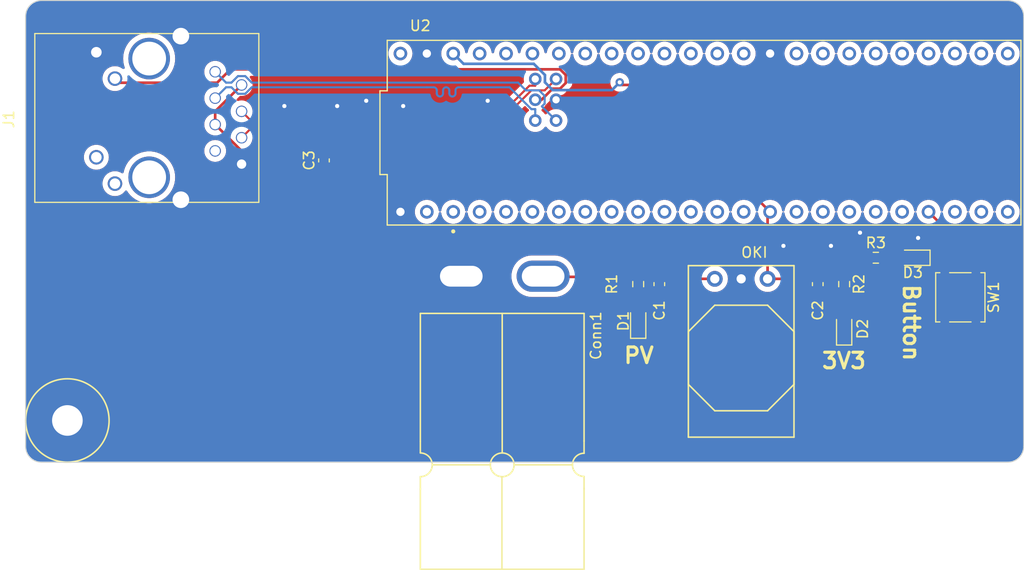
<source format=kicad_pcb>
(kicad_pcb (version 20221018) (generator pcbnew)
  (layers (0 "F.Cu" signal) (31 "B.Cu" signal) (34 "B.Paste" user) (35 "F.Paste" user) (36 "B.SilkS" user "B.Silkscreen") (37 "F.SilkS" user "F.Silkscreen") (38 "B.Mask" user) (39 "F.Mask" user) (44 "Edge.Cuts" user))
  (net 0 "")
  (net 1 "PV")
  (net 2 "GND")
  (net 3 "+3V3")
  (net 4 "Net-(C3-Pad2)")
  (net 5 "Net-(D1-A)")
  (net 6 "Net-(D2-A)")
  (net 7 "Test_Button")
  (net 8 "Net-(D3-A)")
  (net 10 "Net-(J1-Pad10)")
  (net 12 "/T+")
  (net 13 "/T-")
  (net 15 "/R+")
  (net 16 "/R-")
  (footprint "MRDT_Drill_Holes:4_40_Hole_Corner" (layer "F.Cu") (at 77.4813 104.1287)
    (fp_text reference "REF**" hide)
    (fp_text value "4_40_Hole" hide)
    (fp_circle (center 4.00812 -4.00812) (end 4.00812 0.00508) (stroke (width 0.15)) (fill none) (layer "F.SilkS"))
    (pad "" np_thru_hole circle (at 4.00812 -4.00812) (size 2.9464 2.9464) (drill 2.9464) (layers "*.Cu" "*.Mask") (clearance 2.5))
  )
  (footprint "MRDT_Connectors:RJ45_Teensy" (layer "F.Cu") (at 76.3565 71.12 -90)
    (fp_text reference "J1" (at 0 0.5 90) (layer "F.SilkS"))
    (fp_text value "8P8C_LED_Shielded")
    (fp_line (start -8.25 -23.55) (end 8 -23.55) (stroke (width 0.12)) (layer "F.SilkS"))
    (fp_line (start -8.25 -2) (end -8.25 -23.55) (stroke (width 0.12)) (layer "F.SilkS"))
    (fp_line (start -8.25 -2) (end 8 -2) (stroke (width 0.12)) (layer "F.SilkS"))
    (fp_line (start 8 -2) (end 8 -23.55) (stroke (width 0.12)) (layer "F.SilkS"))
    (pad "1" thru_hole circle (at -4.57 -19.35 270) (size 1.1 1.1) (drill 0.9) (layers "*.Cu" "*.Mask") (net 12 "/T+"))
    (pad "2" thru_hole circle (at -3.3 -21.89 270) (size 1.1 1.1) (drill 0.9) (layers "*.Cu" "*.Mask") (net 4 "Net-(C3-Pad2)"))
    (pad "3" thru_hole circle (at -2.03 -19.35 270) (size 1.1 1.1) (drill 0.9) (layers "*.Cu" "*.Mask") (net 13 "/T-"))
    (pad "4" thru_hole circle (at -0.76 -21.89 270) (size 1.1 1.1) (drill 0.9) (layers "*.Cu" "*.Mask") (net 15 "/R+"))
    (pad "5" thru_hole circle (at 0.51 -19.35 270) (size 1.1 1.1) (drill 0.9) (layers "*.Cu" "*.Mask") (net 4 "Net-(C3-Pad2)"))
    (pad "6" thru_hole circle (at 1.78 -21.89 270) (size 1.1 1.1) (drill 0.9) (layers "*.Cu" "*.Mask") (net 16 "/R-"))
    (pad "7" thru_hole circle (at 3.05 -19.35 270) (size 1.1 1.1) (drill 0.9) (layers "*.Cu" "*.Mask"))
    (pad "8" thru_hole circle (at 4.32 -21.89 270) (size 1.1 1.1) (drill 0.9) (layers "*.Cu" "*.Mask") (net 2 "GND"))
    (pad "9" thru_hole circle (at -6.45 -7.92 270) (size 1.4 1.4) (drill 1.02) (layers "*.Cu" "*.Mask") (net 2 "GND"))
    (pad "10" thru_hole circle (at -3.91 -9.71 270) (size 1.4 1.4) (drill 1.02) (layers "*.Cu" "*.Mask") (net 10 "Net-(J1-Pad10)"))
    (pad "11" thru_hole circle (at 3.66 -7.92 270) (size 1.4 1.4) (drill 1.02) (layers "*.Cu" "*.Mask"))
    (pad "12" thru_hole circle (at 6.2 -9.71 270) (size 1.4 1.4) (drill 1.02) (layers "*.Cu" "*.Mask"))
    (pad "13" thru_hole circle (at -5.84 -13 270) (size 4 4) (drill 3.25) (layers "*.Cu" "*.Mask"))
    (pad "14" thru_hole circle (at 5.59 -13 270) (size 4 4) (drill 3.25) (layers "*.Cu" "*.Mask"))
    (pad "SH" thru_hole circle (at -8 -16.05 270) (size 2 2) (drill 1.6) (layers "*.Cu" "*.Mask") (net 2 "GND"))
    (pad "SH" thru_hole circle (at 7.75 -16.05 270) (size 2 2) (drill 1.6) (layers "*.Cu" "*.Mask") (net 2 "GND"))
  )
  (footprint "Button_Switch_SMD:SW_SPST_TL3305A" (layer "F.Cu") (at 167.386 88.265 -90)
    (fp_text reference "SW1" (at 0 -3.2 90) (layer "F.SilkS"))
    (fp_text value "SW_Push")
    (fp_line (start -2.37 -2.37) (end -2.37 -1.97) (stroke (width 0.12)) (layer "F.SilkS"))
    (fp_line (start -2.37 -2.37) (end 2.37 -2.37) (stroke (width 0.12)) (layer "F.SilkS"))
    (fp_line (start -2.37 1.03) (end -2.37 -1.03) (stroke (width 0.12)) (layer "F.SilkS"))
    (fp_line (start -2.37 2.37) (end -2.37 1.97) (stroke (width 0.12)) (layer "F.SilkS"))
    (fp_line (start -2.37 2.37) (end 2.37 2.37) (stroke (width 0.12)) (layer "F.SilkS"))
    (fp_line (start 2.37 -2.37) (end 2.37 -1.97) (stroke (width 0.12)) (layer "F.SilkS"))
    (fp_line (start 2.37 1.03) (end 2.37 -1.03) (stroke (width 0.12)) (layer "F.SilkS"))
    (fp_line (start 2.37 2.37) (end 2.37 1.97) (stroke (width 0.12)) (layer "F.SilkS"))
    (pad "1" smd rect (at -3.6 -1.5 270) (size 1.6 1.4) (layers "F.Cu" "F.Paste" "F.Mask") (net 2 "GND"))
    (pad "1" smd rect (at 3.6 -1.5 270) (size 1.6 1.4) (layers "F.Cu" "F.Paste" "F.Mask") (net 2 "GND"))
    (pad "2" smd rect (at -3.6 1.5 270) (size 1.6 1.4) (layers "F.Cu" "F.Paste" "F.Mask") (net 7 "Test_Button"))
    (pad "2" smd rect (at 3.6 1.5 270) (size 1.6 1.4) (layers "F.Cu" "F.Paste" "F.Mask") (net 7 "Test_Button"))
  )
  (footprint "MRDT_Devices:OKI_Horizontal" (layer "F.Cu") (at 143.764 86.487)
    (fp_text reference "U1" hide)
    (fp_text value "OKI" (at 3.81 -2.54) (layer "F.SilkS"))
    (fp_line (start -2.54 -1.27) (end 7.62 -1.27) (stroke (width 0.15)) (layer "F.SilkS"))
    (fp_line (start -2.54 5.08) (end 0 2.54) (stroke (width 0.15)) (layer "F.SilkS"))
    (fp_line (start -2.54 10.16) (end -2.54 5.08) (stroke (width 0.15)) (layer "F.SilkS"))
    (fp_line (start -2.54 15.24) (end -2.54 -1.27) (stroke (width 0.15)) (layer "F.SilkS"))
    (fp_line (start -2.54 15.24) (end 7.62 15.24) (stroke (width 0.15)) (layer "F.SilkS"))
    (fp_line (start 0 2.54) (end 5.08 2.54) (stroke (width 0.15)) (layer "F.SilkS"))
    (fp_line (start 0 12.7) (end -2.54 10.16) (stroke (width 0.15)) (layer "F.SilkS"))
    (fp_line (start 5.08 2.54) (end 7.62 5.08) (stroke (width 0.15)) (layer "F.SilkS"))
    (fp_line (start 5.08 12.7) (end 0 12.7) (stroke (width 0.15)) (layer "F.SilkS"))
    (fp_line (start 7.62 -1.27) (end 7.62 15.24) (stroke (width 0.15)) (layer "F.SilkS"))
    (fp_line (start 7.62 5.08) (end 7.62 10.16) (stroke (width 0.15)) (layer "F.SilkS"))
    (fp_line (start 7.62 10.16) (end 5.08 12.7) (stroke (width 0.15)) (layer "F.SilkS"))
    (pad "1" thru_hole circle (at 0 0) (size 1.524 1.524) (drill 0.889) (layers "*.Cu" "*.Mask") (net 1 "PV"))
    (pad "2" thru_hole circle (at 2.54 0) (size 1.524 1.524) (drill 0.889) (layers "*.Cu" "*.Mask") (net 2 "GND"))
    (pad "3" thru_hole circle (at 5.08 0) (size 1.524 1.524) (drill 0.889) (layers "*.Cu" "*.Mask") (net 3 "+3V3"))
  )
  (footprint "Resistor_SMD:R_0603_1608Metric_Pad0.98x0.95mm_HandSolder" (layer "F.Cu") (at 159.258 84.455)
    (fp_text reference "R3" (at 0 -1.43) (layer "F.SilkS"))
    (fp_text value "120")
    (fp_line (start -0.254724 -0.5225) (end 0.254724 -0.5225) (stroke (width 0.12)) (layer "F.SilkS"))
    (fp_line (start -0.254724 0.5225) (end 0.254724 0.5225) (stroke (width 0.12)) (layer "F.SilkS"))
    (pad "1" smd roundrect (at -0.9125 0) (size 0.975 0.95) (layers "F.Cu" "F.Paste" "F.Mask") (net 3 "+3V3"))
    (pad "2" smd roundrect (at 0.9125 0) (size 0.975 0.95) (layers "F.Cu" "F.Paste" "F.Mask") (net 8 "Net-(D3-A)"))
  )
  (footprint "LED_SMD:LED_0603_1608Metric_Pad1.05x0.95mm_HandSolder" (layer "F.Cu") (at 162.814 84.455 180)
    (fp_text reference "D3" (at 0 -1.43) (layer "F.SilkS"))
    (fp_text value "Blue")
    (fp_line (start -1.66 -0.735) (end -1.66 0.735) (stroke (width 0.12)) (layer "F.SilkS"))
    (fp_line (start -1.66 0.735) (end 0.8 0.735) (stroke (width 0.12)) (layer "F.SilkS"))
    (fp_line (start 0.8 -0.735) (end -1.66 -0.735) (stroke (width 0.12)) (layer "F.SilkS"))
    (pad "1" smd roundrect (at -0.875 0 180) (size 1.05 0.95) (layers "F.Cu" "F.Paste" "F.Mask") (net 7 "Test_Button"))
    (pad "2" smd roundrect (at 0.875 0 180) (size 1.05 0.95) (layers "F.Cu" "F.Paste" "F.Mask") (net 8 "Net-(D3-A)"))
  )
  (footprint "Resistor_SMD:R_0603_1608Metric_Pad0.98x0.95mm_HandSolder" (layer "F.Cu") (at 136.398 86.995 -90)
    (fp_text reference "R1" (at 0 2.54 90) (layer "F.SilkS"))
    (fp_text value "3k")
    (fp_line (start -0.254724 -0.5225) (end 0.254724 -0.5225) (stroke (width 0.12)) (layer "F.SilkS"))
    (fp_line (start -0.254724 0.5225) (end 0.254724 0.5225) (stroke (width 0.12)) (layer "F.SilkS"))
    (pad "1" smd roundrect (at -0.9125 0 270) (size 0.975 0.95) (layers "F.Cu" "F.Paste" "F.Mask") (net 1 "PV"))
    (pad "2" smd roundrect (at 0.9125 0 270) (size 0.975 0.95) (layers "F.Cu" "F.Paste" "F.Mask") (net 5 "Net-(D1-A)"))
  )
  (footprint "LED_SMD:LED_0603_1608Metric_Pad1.05x0.95mm_HandSolder" (layer "F.Cu") (at 156.21 91.2 90)
    (fp_text reference "D2" (at -0.113 1.778 90) (layer "F.SilkS"))
    (fp_text value "Green")
    (fp_line (start -1.66 -0.735) (end -1.66 0.735) (stroke (width 0.12)) (layer "F.SilkS"))
    (fp_line (start -1.66 0.735) (end 0.8 0.735) (stroke (width 0.12)) (layer "F.SilkS"))
    (fp_line (start 0.8 -0.735) (end -1.66 -0.735) (stroke (width 0.12)) (layer "F.SilkS"))
    (pad "1" smd roundrect (at -0.875 0 90) (size 1.05 0.95) (layers "F.Cu" "F.Paste" "F.Mask") (net 2 "GND"))
    (pad "2" smd roundrect (at 0.875 0 90) (size 1.05 0.95) (layers "F.Cu" "F.Paste" "F.Mask") (net 6 "Net-(D2-A)"))
  )
  (footprint "Capacitor_SMD:C_0603_1608Metric_Pad1.08x0.95mm_HandSolder" (layer "F.Cu") (at 153.67 86.995 -90)
    (fp_text reference "C2" (at 2.54 0 90) (layer "F.SilkS"))
    (fp_text value "10uF")
    (fp_line (start -0.146267 -0.51) (end 0.146267 -0.51) (stroke (width 0.12)) (layer "F.SilkS"))
    (fp_line (start -0.146267 0.51) (end 0.146267 0.51) (stroke (width 0.12)) (layer "F.SilkS"))
    (pad "1" smd roundrect (at -0.8625 0 270) (size 1.075 0.95) (layers "F.Cu" "F.Paste" "F.Mask") (net 3 "+3V3"))
    (pad "2" smd roundrect (at 0.8625 0 270) (size 1.075 0.95) (layers "F.Cu" "F.Paste" "F.Mask") (net 2 "GND"))
  )
  (footprint "MRDT_Connectors:Square_Anderson_2_H_Side_By_Side_PV" (layer "F.Cu") (at 119.08 86.1084 90)
    (fp_text reference "Conn1" (at -5.85 13.25 90) (layer "F.SilkS"))
    (fp_text value "AndersonPP")
    (fp_line (start -28.344 -3.637) (end -28.344 12.111) (stroke (width 0.15)) (layer "F.SilkS"))
    (fp_line (start -28.3186 -3.637) (end -20.5716 -3.637) (stroke (width 0.15)) (layer "F.SilkS"))
    (fp_line (start -28.3186 4.2116) (end -19.4286 4.2116) (stroke (width 0.15)) (layer "F.SilkS"))
    (fp_line (start -20.597 12.111) (end -19.4286 12.111) (stroke (width 0.15)) (layer "F.SilkS"))
    (fp_line (start -20.5716 12.111) (end -28.3186 12.111) (stroke (width 0.15)) (layer "F.SilkS"))
    (fp_line (start -19.4286 -3.637) (end -20.6478 -3.637) (stroke (width 0.15)) (layer "F.SilkS"))
    (fp_line (start -18.2856 -2.494) (end -18.2856 -1.3256) (stroke (width 0.15)) (layer "F.SilkS"))
    (fp_line (start -18.2856 1.951) (end -18.2856 -1.3256) (stroke (width 0.15)) (layer "F.SilkS"))
    (fp_line (start -18.2856 1.951) (end -18.2856 3.094) (stroke (width 0.15)) (layer "F.SilkS"))
    (fp_line (start -18.2856 6.523) (end -18.2856 5.38) (stroke (width 0.15)) (layer "F.SilkS"))
    (fp_line (start -18.2856 6.523) (end -18.2856 9.825) (stroke (width 0.15)) (layer "F.SilkS"))
    (fp_line (start -18.2856 9.7996) (end -18.2856 10.968) (stroke (width 0.15)) (layer "F.SilkS"))
    (fp_line (start -16.025 -3.637) (end -17.1172 -3.637) (stroke (width 0.15)) (layer "F.SilkS"))
    (fp_line (start -15.9996 -3.637) (end -3.706 -3.637) (stroke (width 0.15)) (layer "F.SilkS"))
    (fp_line (start -15.9996 4.237) (end -17.1426 4.237) (stroke (width 0.15)) (layer "F.SilkS"))
    (fp_line (start -15.9996 4.237) (end -3.706 4.237) (stroke (width 0.15)) (layer "F.SilkS"))
    (fp_line (start -15.9996 12.111) (end -3.706 12.111) (stroke (width 0.15)) (layer "F.SilkS"))
    (fp_line (start -15.9742 12.111) (end -17.168 12.111) (stroke (width 0.15)) (layer "F.SilkS"))
    (fp_line (start -3.706 -3.637) (end -3.706 12.111) (stroke (width 0.15)) (layer "F.SilkS"))
    (fp_arc (start -19.4032 12.111) (mid -19.075863 11.320737) (end -18.2856 10.9934) (stroke (width 0.15)) (layer "F.SilkS"))
    (fp_arc (start -18.2856 -2.494) (mid -19.093823 -2.828777) (end -19.4286 -3.637) (stroke (width 0.15)) (layer "F.SilkS"))
    (fp_arc (start -18.2856 10.9934) (mid -17.495337 11.320737) (end -17.168 12.111) (stroke (width 0.15)) (layer "F.SilkS"))
    (fp_arc (start -17.1426 -3.637) (mid -17.477377 -2.828777) (end -18.2856 -2.494) (stroke (width 0.15)) (layer "F.SilkS"))
    (fp_circle (center -18.2856 4.237) (end -18.2856 5.38) (stroke (width 0.15)) (fill none) (layer "F.SilkS"))
    (pad "1" thru_hole oval (at -0.1246 0.3 90) (size 3 5.1) (drill oval 2 4.1) (layers "*.Cu" "*.Mask") (net 2 "GND"))
    (pad "4" thru_hole oval (at -0.1246 8.174 90) (size 3 5.1) (drill oval 2 4.1) (layers "*.Cu" "*.Mask") (net 1 "PV"))
  )
  (footprint "LED_SMD:LED_0603_1608Metric_Pad1.05x0.95mm_HandSolder" (layer "F.Cu") (at 136.398 90.551 90)
    (fp_text reference "D1" (at 0 -1.43 90) (layer "F.SilkS"))
    (fp_text value "Green")
    (fp_line (start -1.66 -0.735) (end -1.66 0.735) (stroke (width 0.12)) (layer "F.SilkS"))
    (fp_line (start -1.66 0.735) (end 0.8 0.735) (stroke (width 0.12)) (layer "F.SilkS"))
    (fp_line (start 0.8 -0.735) (end -1.66 -0.735) (stroke (width 0.12)) (layer "F.SilkS"))
    (pad "1" smd roundrect (at -0.875 0 90) (size 1.05 0.95) (layers "F.Cu" "F.Paste" "F.Mask") (net 2 "GND"))
    (pad "2" smd roundrect (at 0.875 0 90) (size 1.05 0.95) (layers "F.Cu" "F.Paste" "F.Mask") (net 5 "Net-(D1-A)"))
  )
  (footprint "Capacitor_SMD:C_0603_1608Metric_Pad1.08x0.95mm_HandSolder" (layer "F.Cu") (at 106.172 75.0835 90)
    (fp_text reference "C3" (at 0 -1.43 90) (layer "F.SilkS"))
    (fp_text value "0.1uF")
    (fp_line (start -0.146267 -0.51) (end 0.146267 -0.51) (stroke (width 0.12)) (layer "F.SilkS"))
    (fp_line (start -0.146267 0.51) (end 0.146267 0.51) (stroke (width 0.12)) (layer "F.SilkS"))
    (pad "1" smd roundrect (at -0.8625 0 90) (size 1.075 0.95) (layers "F.Cu" "F.Paste" "F.Mask") (net 2 "GND"))
    (pad "2" smd roundrect (at 0.8625 0 90) (size 1.075 0.95) (layers "F.Cu" "F.Paste" "F.Mask") (net 4 "Net-(C3-Pad2)"))
  )
  (footprint "MRDT_Shields:Teensy_4_1_Ethernet" (layer "F.Cu") (at 142.736 72.415)
    (fp_text reference "U2" (at -27.305 -10.295) (layer "F.SilkS"))
    (fp_text value "Teensy4.1_DEV-16771")
    (fp_line (start -31.18 4.03) (end -31.18 -4.03) (stroke (width 0.127)) (layer "F.SilkS"))
    (fp_line (start -30.48 -8.89) (end -30.48 -4.03) (stroke (width 0.127)) (layer "F.SilkS"))
    (fp_line (start -30.48 -8.89) (end 30.48 -8.89) (stroke (width 0.127)) (layer "F.SilkS"))
    (fp_line (start -30.48 -4.03) (end -31.18 -4.03) (stroke (width 0.127)) (layer "F.SilkS"))
    (fp_line (start -30.48 4.03) (end -31.18 4.03) (stroke (width 0.127)) (layer "F.SilkS"))
    (fp_line (start -30.48 8.89) (end -30.48 4.03) (stroke (width 0.127)) (layer "F.SilkS"))
    (fp_line (start 30.48 -8.89) (end 30.48 8.89) (stroke (width 0.127)) (layer "F.SilkS"))
    (fp_line (start 30.48 8.89) (end -30.48 8.89) (stroke (width 0.127)) (layer "F.SilkS"))
    (fp_circle (center -24.13 9.5) (end -24.03 9.5) (stroke (width 0.2)) (fill none) (layer "F.SilkS"))
    (pad "0" thru_hole circle (at -26.67 7.62) (size 1.308 1.308) (drill 0.8) (layers "*.Cu" "*.Mask"))
    (pad "1" thru_hole circle (at -24.13 7.62) (size 1.308 1.308) (drill 0.8) (layers "*.Cu" "*.Mask"))
    (pad "2" thru_hole circle (at -21.59 7.62) (size 1.308 1.308) (drill 0.8) (layers "*.Cu" "*.Mask"))
    (pad "3" thru_hole circle (at -19.05 7.62) (size 1.308 1.308) (drill 0.8) (layers "*.Cu" "*.Mask"))
    (pad "3.3V_1" thru_hole circle (at 6.35 7.62) (size 1.308 1.308) (drill 0.8) (layers "*.Cu" "*.Mask") (net 3 "+3V3"))
    (pad "3.3V_2" thru_hole circle (at -24.13 -7.62) (size 1.308 1.308) (drill 0.8) (layers "*.Cu" "*.Mask") (net 3 "+3V3"))
    (pad "4" thru_hole circle (at -16.51 7.62) (size 1.308 1.308) (drill 0.8) (layers "*.Cu" "*.Mask"))
    (pad "5" thru_hole circle (at -13.97 7.62) (size 1.308 1.308) (drill 0.8) (layers "*.Cu" "*.Mask"))
    (pad "6" thru_hole circle (at -11.43 7.62) (size 1.308 1.308) (drill 0.8) (layers "*.Cu" "*.Mask"))
    (pad "7" thru_hole circle (at -8.89 7.62) (size 1.308 1.308) (drill 0.8) (layers "*.Cu" "*.Mask"))
    (pad "8" thru_hole circle (at -6.35 7.62) (size 1.308 1.308) (drill 0.8) (layers "*.Cu" "*.Mask"))
    (pad "9" thru_hole circle (at -3.81 7.62) (size 1.308 1.308) (drill 0.8) (layers "*.Cu" "*.Mask"))
    (pad "10" thru_hole circle (at -1.27 7.62) (size 1.308 1.308) (drill 0.8) (layers "*.Cu" "*.Mask"))
    (pad "11" thru_hole circle (at 1.27 7.62) (size 1.308 1.308) (drill 0.8) (layers "*.Cu" "*.Mask"))
    (pad "12" thru_hole circle (at 3.81 7.62) (size 1.308 1.308) (drill 0.8) (layers "*.Cu" "*.Mask"))
    (pad "13" thru_hole circle (at 3.81 -7.62) (size 1.308 1.308) (drill 0.8) (layers "*.Cu" "*.Mask"))
    (pad "14" thru_hole circle (at 1.27 -7.62) (size 1.308 1.308) (drill 0.8) (layers "*.Cu" "*.Mask"))
    (pad "15" thru_hole circle (at -1.27 -7.62) (size 1.308 1.308) (drill 0.8) (layers "*.Cu" "*.Mask"))
    (pad "16" thru_hole circle (at -3.81 -7.62) (size 1.308 1.308) (drill 0.8) (layers "*.Cu" "*.Mask"))
    (pad "17" thru_hole circle (at -6.35 -7.62) (size 1.308 1.308) (drill 0.8) (layers "*.Cu" "*.Mask"))
    (pad "18" thru_hole circle (at -8.89 -7.62) (size 1.308 1.308) (drill 0.8) (layers "*.Cu" "*.Mask"))
    (pad "19" thru_hole circle (at -11.43 -7.62) (size 1.308 1.308) (drill 0.8) (layers "*.Cu" "*.Mask"))
    (pad "20" thru_hole circle (at -13.97 -7.62) (size 1.308 1.308) (drill 0.8) (layers "*.Cu" "*.Mask"))
    (pad "21" thru_hole circle (at -16.51 -7.62) (size 1.308 1.308) (drill 0.8) (layers "*.Cu" "*.Mask"))
    (pad "22" thru_hole circle (at -19.05 -7.62) (size 1.308 1.308) (drill 0.8) (layers "*.Cu" "*.Mask"))
    (pad "23" thru_hole circle (at -21.59 -7.62) (size 1.308 1.308) (drill 0.8) (layers "*.Cu" "*.Mask"))
    (pad "24" thru_hole circle (at 8.89 7.62) (size 1.308 1.308) (drill 0.8) (layers "*.Cu" "*.Mask"))
    (pad "25" thru_hole circle (at 11.43 7.62) (size 1.308 1.308) (drill 0.8) (layers "*.Cu" "*.Mask"))
    (pad "26" thru_hole circle (at 13.97 7.62) (size 1.308 1.308) (drill 0.8) (layers "*.Cu" "*.Mask"))
    (pad "27" thru_hole circle (at 16.51 7.62) (size 1.308 1.308) (drill 0.8) (layers "*.Cu" "*.Mask"))
    (pad "28" thru_hole circle (at 19.05 7.62) (size 1.308 1.308) (drill 0.8) (layers "*.Cu" "*.Mask"))
    (pad "29" thru_hole circle (at 21.59 7.62) (size 1.308 1.308) (drill 0.8) (layers "*.Cu" "*.Mask") (net 7 "Test_Button"))
    (pad "30" thru_hole circle (at 24.13 7.62) (size 1.308 1.308) (drill 0.8) (layers "*.Cu" "*.Mask"))
    (pad "31" thru_hole circle (at 26.67 7.62) (size 1.308 1.308) (drill 0.8) (layers "*.Cu" "*.Mask"))
    (pad "32" thru_hole circle (at 29.21 7.62) (size 1.308 1.308) (drill 0.8) (layers "*.Cu" "*.Mask"))
    (pad "33" thru_hole circle (at 29.21 -7.62) (size 1.308 1.308) (drill 0.8) (layers "*.Cu" "*.Mask"))
    (pad "34" thru_hole circle (at 26.67 -7.62) (size 1.308 1.308) (drill 0.8) (layers "*.Cu" "*.Mask"))
    (pad "35" thru_hole circle (at 24.13 -7.62) (size 1.308 1.308) (drill 0.8) (layers "*.Cu" "*.Mask"))
    (pad "36" thru_hole circle (at 21.59 -7.62) (size 1.308 1.308) (drill 0.8) (layers "*.Cu" "*.Mask"))
    (pad "37" thru_hole circle (at 19.05 -7.62) (size 1.308 1.308) (drill 0.8) (layers "*.Cu" "*.Mask"))
    (pad "38" thru_hole circle (at 16.51 -7.62) (size 1.308 1.308) (drill 0.8) (layers "*.Cu" "*.Mask"))
    (pad "39" thru_hole circle (at 13.97 -7.62) (size 1.308 1.308) (drill 0.8) (layers "*.Cu" "*.Mask"))
    (pad "40" thru_hole circle (at 11.43 -7.62) (size 1.308 1.308) (drill 0.8) (layers "*.Cu" "*.Mask"))
    (pad "41" thru_hole circle (at 8.89 -7.62) (size 1.308 1.308) (drill 0.8) (layers "*.Cu" "*.Mask"))
    (pad "GND1" thru_hole circle (at -29.21 7.62) (size 1.308 1.308) (drill 0.8) (layers "*.Cu" "*.Mask") (net 2 "GND"))
    (pad "GND2" thru_hole circle (at 6.35 -7.62) (size 1.308 1.308) (drill 0.8) (layers "*.Cu" "*.Mask") (net 2 "GND"))
    (pad "GND3" thru_hole circle (at -26.67 -7.62) (size 1.308 1.308) (drill 0.8) (layers "*.Cu" "*.Mask") (net 2 "GND"))
    (pad "GND5" thru_hole circle (at -14.24 -3.17) (size 1.208 1.208) (drill 0.7) (layers "*.Cu" "*.Mask") (net 2 "GND"))
    (pad "LED" thru_hole circle (at -16.24 -3.17) (size 1.208 1.208) (drill 0.7) (layers "*.Cu" "*.Mask") (net 10 "Net-(J1-Pad10)"))
    (pad "R+" thru_hole circle (at -16.24 -5.17) (size 1.208 1.208) (drill 0.7) (layers "*.Cu" "*.Mask") (net 15 "/R+"))
    (pad "R-" thru_hole circle (at -14.24 -5.17) (size 1.208 1.208) (drill 0.7) (layers "*.Cu" "*.Mask") (net 16 "/R-"))
    (pad "T+" thru_hole circle (at -14.24 -1.17) (size 1.208 1.208) (drill 0.7) (layers "*.Cu" "*.Mask") (net 12 "/T+"))
    (pad "T-" thru_hole circle (at -16.24 -1.17) (size 1.208 1.208) (drill 0.7) (layers "*.Cu" "*.Mask") (net 13 "/T-"))
    (pad "VIN" thru_hole circle (at -29.21 -7.62) (size 1.308 1.308) (drill 0.8) (layers "*.Cu" "*.Mask"))
  )
  (footprint "Resistor_SMD:R_0603_1608Metric_Pad0.98x0.95mm_HandSolder" (layer "F.Cu") (at 156.21 86.995 -90)
    (fp_text reference "R2" (at 0 -1.43 90) (layer "F.SilkS"))
    (fp_text value "120")
    (fp_line (start -0.254724 -0.5225) (end 0.254724 -0.5225) (stroke (width 0.12)) (layer "F.SilkS"))
    (fp_line (start -0.254724 0.5225) (end 0.254724 0.5225) (stroke (width 0.12)) (layer "F.SilkS"))
    (pad "1" smd roundrect (at -0.9125 0 270) (size 0.975 0.95) (layers "F.Cu" "F.Paste" "F.Mask") (net 3 "+3V3"))
    (pad "2" smd roundrect (at 0.9125 0 270) (size 0.975 0.95) (layers "F.Cu" "F.Paste" "F.Mask") (net 6 "Net-(D2-A)"))
  )
  (footprint "Capacitor_SMD:C_0603_1608Metric_Pad1.08x0.95mm_HandSolder" (layer "F.Cu") (at 138.43 86.995 -90)
    (fp_text reference "C1" (at 2.54 0 90) (layer "F.SilkS"))
    (fp_text value "10uF")
    (fp_line (start -0.146267 -0.51) (end 0.146267 -0.51) (stroke (width 0.12)) (layer "F.SilkS"))
    (fp_line (start -0.146267 0.51) (end 0.146267 0.51) (stroke (width 0.12)) (layer "F.SilkS"))
    (pad "1" smd roundrect (at -0.8625 0 270) (size 1.075 0.95) (layers "F.Cu" "F.Paste" "F.Mask") (net 1 "PV"))
    (pad "2" smd roundrect (at 0.8625 0 270) (size 1.075 0.95) (layers "F.Cu" "F.Paste" "F.Mask") (net 2 "GND"))
  )
  (gr_arc (start 77.47 61.214) (mid 77.916369 60.136369) (end 78.994 59.69) (stroke (width 0.1)) (layer "Edge.Cuts"))
  (gr_arc (start 173.482 102.616) (mid 173.035631 103.693631) (end 171.958 104.14) (stroke (width 0.1)) (layer "Edge.Cuts"))
  (gr_line (start 78.994 59.69) (end 171.958 59.69) (stroke (width 0.1)) (layer "Edge.Cuts"))
  (gr_line (start 77.47 102.616) (end 77.47 61.214) (stroke (width 0.1)) (layer "Edge.Cuts"))
  (gr_line (start 173.482 61.214) (end 173.482 102.616) (stroke (width 0.1)) (layer "Edge.Cuts"))
  (gr_arc (start 78.994 104.14) (mid 77.916369 103.693631) (end 77.47 102.616) (stroke (width 0.1)) (layer "Edge.Cuts"))
  (gr_arc (start 171.958 59.69) (mid 173.035631 60.136369) (end 173.482 61.214) (stroke (width 0.1)) (layer "Edge.Cuts"))
  (gr_line (start 171.958 104.14) (end 78.994 104.14) (stroke (width 0.1)) (layer "Edge.Cuts"))
  (gr_text "3V3" (at 153.924 95.25) (layer "F.SilkS") (effects (font (size 1.5 1.5) (thickness 0.3) bold) (justify left bottom)))
  (gr_text "PV" (at 134.874 94.742) (layer "F.SilkS") (effects (font (size 1.5 1.5) (thickness 0.3) bold) (justify left bottom)))
  (gr_text "Button" (at 161.798 86.868 -90) (layer "F.SilkS") (effects (font (size 1.5 1.5) (thickness 0.3) bold) (justify left bottom)))
  (segment (start 127.635 86.2978) (end 136.1827 86.2978) (width 0.254) (layer "F.Cu") (net 1))
  (segment (start 143.764 86.487) (end 138.7845 86.487) (width 0.254) (layer "F.Cu") (net 1))
  (segment (start 138.38 86.0825) (end 138.43 86.1325) (width 0.254) (layer "F.Cu") (net 1))
  (segment (start 136.1827 86.2978) (end 136.398 86.0825) (width 0.254) (layer "F.Cu") (net 1))
  (segment (start 136.398 86.0825) (end 138.38 86.0825) (width 0.254) (layer "F.Cu") (net 1))
  (segment (start 138.7845 86.487) (end 138.43 86.1325) (width 0.254) (layer "F.Cu") (net 1))
  (via (at 154.94 83.312) (size 0.8) (drill 0.4) (layers "F.Cu" "B.Cu") (net 2))
  (via (at 150.368 83.312) (size 0.8) (drill 0.4) (layers "F.Cu" "B.Cu") (net 2))
  (via (at 113.792 69.85) (size 0.8) (drill 0.4) (layers "F.Cu" "B.Cu") (net 2))
  (via (at 102.362 69.85) (size 0.8) (drill 0.4) (layers "F.Cu" "B.Cu") (net 2))
  (via (at 163.322 82.55) (size 0.8) (drill 0.4) (layers "F.Cu" "B.Cu") (net 2))
  (via (at 110.236 69.342) (size 0.8) (drill 0.4) (layers "F.Cu" "B.Cu") (net 2))
  (via (at 121.92 69.342) (size 0.8) (drill 0.4) (layers "F.Cu" "B.Cu") (net 2))
  (via (at 107.442 69.85) (size 0.8) (drill 0.4) (layers "F.Cu" "B.Cu") (net 2))
  (via (at 157.734 82.042) (size 0.8) (drill 0.4) (layers "F.Cu" "B.Cu") (net 2))
  (segment (start 148.844 86.487) (end 153.3155 86.487) (width 0.254) (layer "F.Cu") (net 3))
  (segment (start 153.3155 86.487) (end 153.67 86.1325) (width 0.254) (layer "F.Cu") (net 3))
  (segment (start 149.086 80.035) (end 136.869 67.818) (width 0.254) (layer "F.Cu") (net 3))
  (segment (start 153.67 86.1325) (end 156.16 86.1325) (width 0.254) (layer "F.Cu") (net 3))
  (segment (start 148.844 86.487) (end 148.844 80.277) (width 0.254) (layer "F.Cu") (net 3))
  (segment (start 156.16 86.1325) (end 156.21 86.0825) (width 0.254) (layer "F.Cu") (net 3))
  (segment (start 156.718 86.0825) (end 158.3455 84.455) (width 0.254) (layer "F.Cu") (net 3))
  (segment (start 134.874 67.818) (end 134.62 67.564) (width 0.254) (layer "F.Cu") (net 3))
  (segment (start 136.869 67.818) (end 134.874 67.818) (width 0.254) (layer "F.Cu") (net 3))
  (segment (start 156.21 86.0825) (end 156.718 86.0825) (width 0.254) (layer "F.Cu") (net 3))
  (segment (start 148.844 80.277) (end 149.086 80.035) (width 0.254) (layer "F.Cu") (net 3))
  (via (at 134.62 67.564) (size 0.8) (drill 0.4) (layers "F.Cu" "B.Cu") (net 3))
  (segment (start 134.62 67.564) (end 133.87 68.314) (width 0.254) (layer "B.Cu") (net 3))
  (segment (start 133.87 68.314) (end 128.177 68.314) (width 0.254) (layer "B.Cu") (net 3))
  (segment (start 127.427 66.859367) (end 126.353633 65.786) (width 0.254) (layer "B.Cu") (net 3))
  (segment (start 126.353633 65.786) (end 119.597 65.786) (width 0.254) (layer "B.Cu") (net 3))
  (segment (start 128.177 68.314) (end 127.427 67.564) (width 0.254) (layer "B.Cu") (net 3))
  (segment (start 127.427 67.564) (end 127.427 66.859367) (width 0.254) (layer "B.Cu") (net 3))
  (segment (start 119.597 65.786) (end 118.606 64.795) (width 0.254) (layer "B.Cu") (net 3))
  (segment (start 106.172 74.221) (end 98.2975 74.221) (width 0.254) (layer "F.Cu") (net 4))
  (segment (start 95.7065 70.36) (end 98.2465 67.82) (width 0.254) (layer "F.Cu") (net 4))
  (segment (start 95.7065 71.63) (end 95.7065 70.36) (width 0.254) (layer "F.Cu") (net 4))
  (segment (start 98.2975 74.221) (end 95.7065 71.63) (width 0.254) (layer "F.Cu") (net 4))
  (segment (start 136.398 87.9075) (end 136.398 89.676) (width 0.254) (layer "F.Cu") (net 5))
  (segment (start 156.21 90.325) (end 156.21 87.9075) (width 0.254) (layer "F.Cu") (net 6))
  (segment (start 165.886 84.665) (end 165.886 81.595) (width 0.254) (layer "F.Cu") (net 7))
  (segment (start 165.886 84.665) (end 165.886 91.865) (width 0.254) (layer "F.Cu") (net 7))
  (segment (start 165.886 81.595) (end 164.326 80.035) (width 0.254) (layer "F.Cu") (net 7))
  (segment (start 165.676 84.455) (end 165.886 84.665) (width 0.254) (layer "F.Cu") (net 7))
  (segment (start 163.689 84.455) (end 165.676 84.455) (width 0.254) (layer "F.Cu") (net 7))
  (segment (start 161.939 84.455) (end 160.1705 84.455) (width 0.254) (layer "F.Cu") (net 8))
  (segment (start 129.427 67.630633) (end 129.427 66.859367) (width 0.254) (layer "F.Cu") (net 10))
  (segment (start 128.16887 68.176) (end 128.881633 68.176) (width 0.254) (layer "F.Cu") (net 10))
  (segment (start 97.182766 66.314) (end 95.889766 67.607) (width 0.254) (layer "F.Cu") (net 10))
  (segment (start 86.4635 67.607) (end 86.0665 67.21) (width 0.254) (layer "F.Cu") (net 10))
  (segment (start 127.09987 69.245) (end 128.16887 68.176) (width 0.254) (layer "F.Cu") (net 10))
  (segment (start 128.881633 68.176) (end 129.427 67.630633) (width 0.254) (layer "F.Cu") (net 10))
  (segment (start 129.427 66.859367) (end 128.881633 66.314) (width 0.254) (layer "F.Cu") (net 10))
  (segment (start 126.496 69.245) (end 127.09987 69.245) (width 0.254) (layer "F.Cu") (net 10))
  (segment (start 128.881633 66.314) (end 97.182766 66.314) (width 0.254) (layer "F.Cu") (net 10))
  (segment (start 95.889766 67.607) (end 86.4635 67.607) (width 0.254) (layer "F.Cu") (net 10))
  (segment (start 96.751499 67.594999) (end 95.7065 66.55) (width 0.2) (layer "B.Cu") (net 12))
  (segment (start 124.845999 67.594999) (end 99.223581 67.594999) (width 0.2) (layer "B.Cu") (net 12))
  (segment (start 97.269419 67.594999) (end 96.751499 67.594999) (width 0.2) (layer "B.Cu") (net 12))
  (segment (start 126.87045 68.341) (end 125.592 68.341) (width 0.2) (layer "B.Cu") (net 12))
  (segment (start 127.4 69.61945) (end 127.4 68.87055) (width 0.2) (layer "B.Cu") (net 12))
  (segment (start 128.496 71.245) (end 127.135225 69.884225) (width 0.2) (layer "B.Cu") (net 12))
  (segment (start 127.4 68.87055) (end 126.87045 68.341) (width 0.2) (layer "B.Cu") (net 12))
  (segment (start 97.894418 66.97) (end 97.269419 67.594999) (width 0.2) (layer "B.Cu") (net 12))
  (segment (start 98.598582 66.97) (end 97.894418 66.97) (width 0.2) (layer "B.Cu") (net 12))
  (segment (start 125.592 68.341) (end 124.845999 67.594999) (width 0.2) (layer "B.Cu") (net 12))
  (segment (start 127.135225 69.884225) (end 127.4 69.61945) (width 0.2) (layer "B.Cu") (net 12))
  (segment (start 99.223581 67.594999) (end 98.598582 66.97) (width 0.2) (layer "B.Cu") (net 12))
  (segment (start 99.223581 68.045001) (end 98.598582 68.67) (width 0.2) (layer "B.Cu") (net 13))
  (segment (start 126.496 70.149) (end 126.12155 70.149) (width 0.2) (layer "B.Cu") (net 13))
  (segment (start 97.269419 68.045001) (end 96.751499 68.045001) (width 0.2) (layer "B.Cu") (net 13))
  (segment (start 97.894418 68.67) (end 97.269419 68.045001) (width 0.2) (layer "B.Cu") (net 13))
  (segment (start 126.496 71.245) (end 126.496 70.149) (width 0.2) (layer "B.Cu") (net 13))
  (segment (start 116.076 68.045001) (end 99.223581 68.045001) (width 0.2) (layer "B.Cu") (net 13))
  (segment (start 126.12155 70.149) (end 124.017551 68.045001) (width 0.2) (layer "B.Cu") (net 13))
  (segment (start 116.726 68.045001) (end 116.076 68.045001) (width 0.2) (layer "B.Cu") (net 13))
  (segment (start 96.751499 68.045001) (end 95.7065 69.09) (width 0.2) (layer "B.Cu") (net 13))
  (segment (start 118.826 68.345001) (end 118.826 68.630668) (width 0.2) (layer "B.Cu") (net 13))
  (segment (start 118.226 68.630668) (end 118.226 68.345001) (width 0.2) (layer "B.Cu") (net 13))
  (segment (start 124.017551 68.045001) (end 119.126 68.045001) (width 0.2) (layer "B.Cu") (net 13))
  (segment (start 117.026 68.630668) (end 117.026 68.345001) (width 0.2) (layer "B.Cu") (net 13))
  (segment (start 117.626 68.345001) (end 117.626 68.630668) (width 0.2) (layer "B.Cu") (net 13))
  (segment (start 98.598582 68.67) (end 97.894418 68.67) (width 0.2) (layer "B.Cu") (net 13))
  (arc (start 118.526 68.930668) (mid 118.313868 68.8428) (end 118.226 68.630668) (width 0.2) (layer "B.Cu") (net 13))
  (arc (start 118.226 68.345001) (mid 118.138132 68.132869) (end 117.926 68.045001) (width 0.2) (layer "B.Cu") (net 13))
  (arc (start 117.026 68.345001) (mid 116.938132 68.132869) (end 116.726 68.045001) (width 0.2) (layer "B.Cu") (net 13))
  (arc (start 117.926 68.045001) (mid 117.713868 68.132869) (end 117.626 68.345001) (width 0.2) (layer "B.Cu") (net 13))
  (arc (start 117.626 68.630668) (mid 117.538132 68.8428) (end 117.326 68.930668) (width 0.2) (layer "B.Cu") (net 13))
  (arc (start 118.826 68.630668) (mid 118.738132 68.8428) (end 118.526 68.930668) (width 0.2) (layer "B.Cu") (net 13))
  (arc (start 117.326 68.930668) (mid 117.113868 68.8428) (end 117.026 68.630668) (width 0.2) (layer "B.Cu") (net 13))
  (arc (start 119.126 68.045001) (mid 118.913868 68.132869) (end 118.826 68.345001) (width 0.2) (layer "B.Cu") (net 13))
  (segment (start 99.291499 71.404999) (end 116.726 71.404999) (width 0.2) (layer "F.Cu") (net 15))
  (segment (start 121.088 71.404999) (end 122.421183 71.404999) (width 0.2) (layer "F.Cu") (net 15))
  (segment (start 118.826 70.940649) (end 118.826 71.104999) (width 0.2) (layer "F.Cu") (net 15))
  (segment (start 120.65 70.304981) (end 120.65 70.104) (width 0.2) (layer "F.Cu") (net 15))
  (segment (start 117.026 71.104999) (end 117.026 70.940652) (width 0.2) (layer "F.Cu") (net 15))
  (segment (start 120.65 70.104) (end 120.790478 70.244478) (width 0.2) (layer "F.Cu") (net 15))
  (segment (start 119.126 71.404999) (end 119.888 71.404999) (width 0.2) (layer "F.Cu") (net 15))
  (segment (start 118.226 71.104999) (end 118.226 70.940649) (width 0.2) (layer "F.Cu") (net 15))
  (segment (start 120.188 71.104999) (end 120.188 70.704999) (width 0.2) (layer "F.Cu") (net 15))
  (segment (start 120.5471 70.407881) (end 120.65 70.304981) (width 0.2) (layer "F.Cu") (net 15))
  (segment (start 98.2465 70.36) (end 99.291499 71.404999) (width 0.2) (layer "F.Cu") (net 15))
  (segment (start 120.790478 70.244478) (end 120.790478 71.16418) (width 0.2) (layer "F.Cu") (net 15))
  (segment (start 126.496 67.89102) (end 126.496 67.245) (width 0.2) (layer "F.Cu") (net 15))
  (segment (start 122.421183 71.404999) (end 125.935162 67.89102) (width 0.2) (layer "F.Cu") (net 15))
  (segment (start 117.626 70.940652) (end 117.626 71.104999) (width 0.2) (layer "F.Cu") (net 15))
  (segment (start 125.935162 67.89102) (end 126.496 67.89102) (width 0.2) (layer "F.Cu") (net 15))
  (arc (start 118.826 71.104999) (mid 118.913868 71.317131) (end 119.126 71.404999) (width 0.2) (layer "F.Cu") (net 15))
  (arc (start 117.926 71.404999) (mid 118.138132 71.317131) (end 118.226 71.104999) (width 0.2) (layer "F.Cu") (net 15))
  (arc (start 120.488 70.404999) (mid 120.517405 70.406444) (end 120.5471 70.407881) (width 0.2) (layer "F.Cu") (net 15))
  (arc (start 120.188 70.704999) (mid 120.275868 70.492867) (end 120.488 70.404999) (width 0.2) (layer "F.Cu") (net 15))
  (arc (start 118.226 70.940649) (mid 118.313868 70.728517) (end 118.526 70.640649) (width 0.2) (layer "F.Cu") (net 15))
  (arc (start 117.326 70.640652) (mid 117.538132 70.72852) (end 117.626 70.940652) (width 0.2) (layer "F.Cu") (net 15))
  (arc (start 117.626 71.104999) (mid 117.713868 71.317131) (end 117.926 71.404999) (width 0.2) (layer "F.Cu") (net 15))
  (arc (start 119.888 71.404999) (mid 120.100132 71.317131) (end 120.188 71.104999) (width 0.2) (layer "F.Cu") (net 15))
  (arc (start 118.526 70.640649) (mid 118.738132 70.728517) (end 118.826 70.940649) (width 0.2) (layer "F.Cu") (net 15))
  (arc (start 120.790478 71.16418) (mid 120.897682 71.336902) (end 121.088 71.404999) (width 0.2) (layer "F.Cu") (net 15))
  (arc (start 116.726 71.404999) (mid 116.938132 71.317131) (end 117.026 71.104999) (width 0.2) (layer "F.Cu") (net 15))
  (arc (start 117.026 70.940652) (mid 117.113868 70.72852) (end 117.326 70.640652) (width 0.2) (layer "F.Cu") (net 15))
  (segment (start 99.291499 71.855001) (end 98.2465 72.9) (width 0.2) (layer "F.Cu") (net 16))
  (segment (start 126.12155 68.341) (end 122.607549 71.855001) (width 0.2) (layer "F.Cu") (net 16))
  (segment (start 120.212 71.855001) (end 119.95193 71.855001) (width 0.2) (layer "F.Cu") (net 16))
  (segment (start 122.607549 71.855001) (end 121.412 71.855001) (width 0.2) (layer "F.Cu") (net 16))
  (segment (start 121.112 72.155001) (end 121.112 72.555001) (width 0.2) (layer "F.Cu") (net 16))
  (segment (start 119.95193 71.855001) (end 99.291499 71.855001) (width 0.2) (layer "F.Cu") (net 16))
  (segment (start 120.512 72.555001) (end 120.512 72.155001) (width 0.2) (layer "F.Cu") (net 16))
  (segment (start 127.4 68.341) (end 126.12155 68.341) (width 0.2) (layer "F.Cu") (net 16))
  (segment (start 128.496 67.245) (end 127.4 68.341) (width 0.2) (layer "F.Cu") (net 16))
  (arc (start 120.812 72.855001) (mid 120.599868 72.767133) (end 120.512 72.555001) (width 0.2) (layer "F.Cu") (net 16))
  (arc (start 121.112 72.555001) (mid 121.024132 72.767133) (end 120.812 72.855001) (width 0.2) (layer "F.Cu") (net 16))
  (arc (start 120.512 72.155001) (mid 120.424132 71.942869) (end 120.212 71.855001) (width 0.2) (layer "F.Cu") (net 16))
  (arc (start 121.412 71.855001) (mid 121.199868 71.942869) (end 121.112 72.155001) (width 0.2) (layer "F.Cu") (net 16))
  (zone (net 2) (net_name "GND") (layers "F&B.Cu") (connect_pads yes (clearance 0.5)) (min_thickness 0.25) (fill yes (thermal_gap 0.5) (thermal_bridge_width 0.5))
    (polygon (pts (xy 77.47 59.69) (xy 173.482 59.69) (xy 173.482 104.14) (xy 77.47 104.14)))
  )
)
</source>
